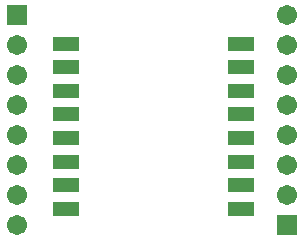
<source format=gts>
G04 Layer_Color=8388736*
%FSLAX25Y25*%
%MOIN*%
G70*
G01*
G75*
%ADD20R,0.08500X0.05000*%
%ADD21R,0.06706X0.06706*%
%ADD22C,0.06706*%
D20*
X79634Y10400D02*
D03*
Y18300D02*
D03*
Y26100D02*
D03*
Y34000D02*
D03*
Y41937D02*
D03*
Y49811D02*
D03*
Y57685D02*
D03*
Y65559D02*
D03*
X21300D02*
D03*
Y57685D02*
D03*
Y49811D02*
D03*
Y41937D02*
D03*
Y34000D02*
D03*
Y26100D02*
D03*
Y18300D02*
D03*
Y10400D02*
D03*
D21*
X95000Y5000D02*
D03*
X5000Y75000D02*
D03*
D22*
X95000Y15000D02*
D03*
Y25000D02*
D03*
Y35000D02*
D03*
Y45000D02*
D03*
Y55000D02*
D03*
Y65000D02*
D03*
Y75000D02*
D03*
X5000Y65000D02*
D03*
Y55000D02*
D03*
Y45000D02*
D03*
Y35000D02*
D03*
Y25000D02*
D03*
Y15000D02*
D03*
Y5000D02*
D03*
M02*

</source>
